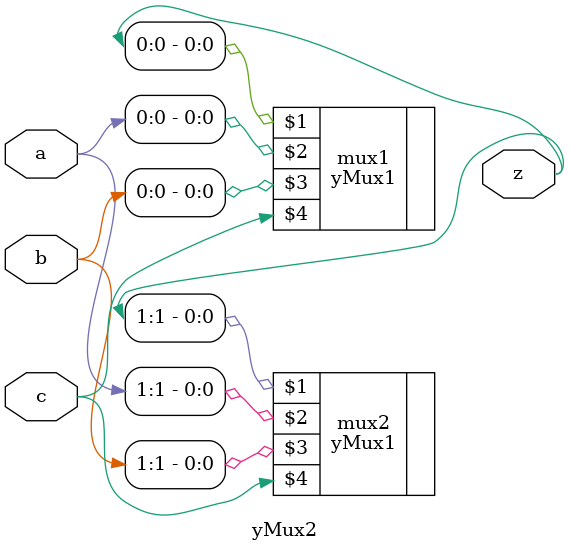
<source format=v>
module yMux2(z, a, b, c);

input[1:0] a, b;
input c;
output[1:0] z;

yMux1 mux1(z[0], a[0], b[0], c);
yMux1 mux2(z[1], a[1], b[1], c);

endmodule
</source>
